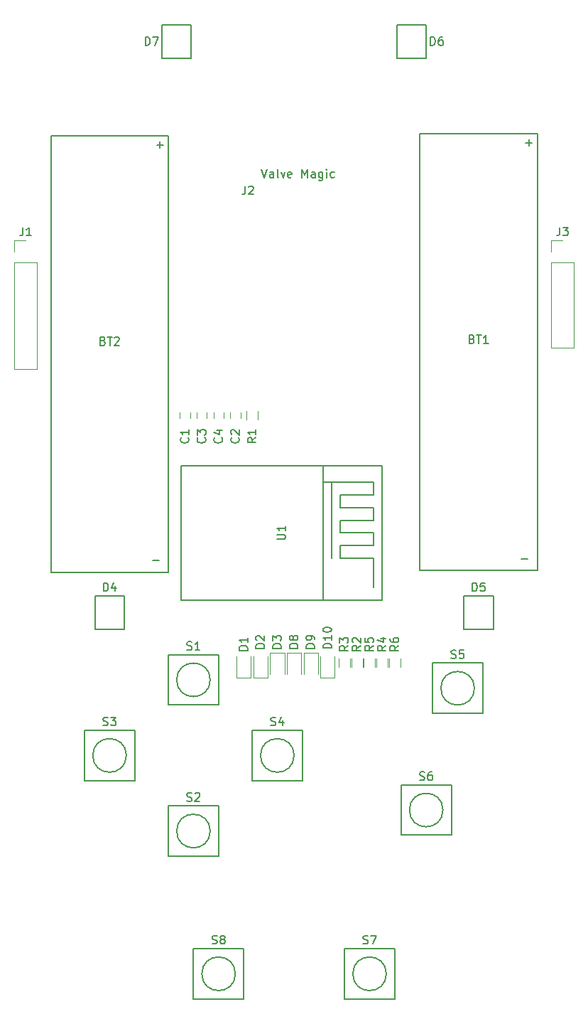
<source format=gbr>
G04 #@! TF.GenerationSoftware,KiCad,Pcbnew,(2017-07-14 revision d3b382c28)-master*
G04 #@! TF.CreationDate,2017-07-20T01:06:45-04:00*
G04 #@! TF.ProjectId,MAGLabs-2017-Swadges,4D41474C6162732D323031372D537761,rev?*
G04 #@! TF.SameCoordinates,Original
G04 #@! TF.FileFunction,Legend,Top*
G04 #@! TF.FilePolarity,Positive*
%FSLAX46Y46*%
G04 Gerber Fmt 4.6, Leading zero omitted, Abs format (unit mm)*
G04 Created by KiCad (PCBNEW (2017-07-14 revision d3b382c28)-master) date Thu Jul 20 01:06:45 2017*
%MOMM*%
%LPD*%
G01*
G04 APERTURE LIST*
%ADD10C,0.120000*%
%ADD11C,0.150000*%
G04 APERTURE END LIST*
D10*
X147320000Y-112500000D02*
X147320000Y-111500000D01*
X148680000Y-111500000D02*
X148680000Y-112500000D01*
X147180000Y-111500000D02*
X147180000Y-112500000D01*
X145820000Y-112500000D02*
X145820000Y-111500000D01*
X145680000Y-111500000D02*
X145680000Y-112500000D01*
X144320000Y-112500000D02*
X144320000Y-111500000D01*
D11*
X151000000Y-101000000D02*
X151000000Y-49000000D01*
X165000000Y-101000000D02*
X151000000Y-101000000D01*
X165000000Y-49000000D02*
X165000000Y-101000000D01*
X151000000Y-49000000D02*
X165000000Y-49000000D01*
X157500000Y-115000000D02*
G75*
G03X157500000Y-115000000I-2000000J0D01*
G01*
X152500000Y-118000000D02*
X152500000Y-112000000D01*
X152500000Y-112000000D02*
X158500000Y-112000000D01*
X158500000Y-112000000D02*
X158500000Y-118000000D01*
X158500000Y-118000000D02*
X152500000Y-118000000D01*
X153750000Y-129500000D02*
G75*
G03X153750000Y-129500000I-2000000J0D01*
G01*
X148750000Y-132500000D02*
X148750000Y-126500000D01*
X148750000Y-126500000D02*
X154750000Y-126500000D01*
X154750000Y-126500000D02*
X154750000Y-132500000D01*
X154750000Y-132500000D02*
X148750000Y-132500000D01*
X147000000Y-149000000D02*
G75*
G03X147000000Y-149000000I-2000000J0D01*
G01*
X142000000Y-152000000D02*
X142000000Y-146000000D01*
X142000000Y-146000000D02*
X148000000Y-146000000D01*
X148000000Y-146000000D02*
X148000000Y-152000000D01*
X148000000Y-152000000D02*
X142000000Y-152000000D01*
X129000000Y-149000000D02*
G75*
G03X129000000Y-149000000I-2000000J0D01*
G01*
X124000000Y-152000000D02*
X124000000Y-146000000D01*
X124000000Y-146000000D02*
X130000000Y-146000000D01*
X130000000Y-146000000D02*
X130000000Y-152000000D01*
X130000000Y-152000000D02*
X124000000Y-152000000D01*
X136000000Y-123000000D02*
G75*
G03X136000000Y-123000000I-2000000J0D01*
G01*
X131000000Y-126000000D02*
X131000000Y-120000000D01*
X131000000Y-120000000D02*
X137000000Y-120000000D01*
X137000000Y-120000000D02*
X137000000Y-126000000D01*
X137000000Y-126000000D02*
X131000000Y-126000000D01*
X126000000Y-132000000D02*
G75*
G03X126000000Y-132000000I-2000000J0D01*
G01*
X121000000Y-135000000D02*
X121000000Y-129000000D01*
X121000000Y-129000000D02*
X127000000Y-129000000D01*
X127000000Y-129000000D02*
X127000000Y-135000000D01*
X127000000Y-135000000D02*
X121000000Y-135000000D01*
X126000000Y-114000000D02*
G75*
G03X126000000Y-114000000I-2000000J0D01*
G01*
X121000000Y-117000000D02*
X121000000Y-111000000D01*
X121000000Y-111000000D02*
X127000000Y-111000000D01*
X127000000Y-111000000D02*
X127000000Y-117000000D01*
X127000000Y-117000000D02*
X121000000Y-117000000D01*
X116000000Y-123000000D02*
G75*
G03X116000000Y-123000000I-2000000J0D01*
G01*
X111000000Y-126000000D02*
X111000000Y-120000000D01*
X111000000Y-120000000D02*
X117000000Y-120000000D01*
X117000000Y-120000000D02*
X117000000Y-126000000D01*
X117000000Y-126000000D02*
X111000000Y-126000000D01*
X107000000Y-49225000D02*
X121000000Y-49225000D01*
X121000000Y-49225000D02*
X121000000Y-101225000D01*
X121000000Y-101225000D02*
X107000000Y-101225000D01*
X107000000Y-101225000D02*
X107000000Y-49225000D01*
D10*
X122400000Y-82850000D02*
X122400000Y-82150000D01*
X123600000Y-82150000D02*
X123600000Y-82850000D01*
X129600000Y-82150000D02*
X129600000Y-82850000D01*
X128400000Y-82850000D02*
X128400000Y-82150000D01*
X124400000Y-82850000D02*
X124400000Y-82150000D01*
X125600000Y-82150000D02*
X125600000Y-82850000D01*
X127600000Y-82150000D02*
X127600000Y-82850000D01*
X126400000Y-82850000D02*
X126400000Y-82150000D01*
X129150000Y-113750000D02*
X130850000Y-113750000D01*
X130850000Y-113750000D02*
X130850000Y-111200000D01*
X129150000Y-113750000D02*
X129150000Y-111200000D01*
X131150000Y-113750000D02*
X132850000Y-113750000D01*
X132850000Y-113750000D02*
X132850000Y-111200000D01*
X131150000Y-113750000D02*
X131150000Y-111200000D01*
X134850000Y-110750000D02*
X134850000Y-113300000D01*
X133150000Y-110750000D02*
X133150000Y-113300000D01*
X134850000Y-110750000D02*
X133150000Y-110750000D01*
D11*
X115750000Y-108000000D02*
X112250000Y-108000000D01*
X112250000Y-108000000D02*
X112250000Y-104000000D01*
X112250000Y-104000000D02*
X115750000Y-104000000D01*
X115750000Y-104000000D02*
X115750000Y-108000000D01*
X159750000Y-104000000D02*
X159750000Y-108000000D01*
X156250000Y-104000000D02*
X159750000Y-104000000D01*
X156250000Y-108000000D02*
X156250000Y-104000000D01*
X159750000Y-108000000D02*
X156250000Y-108000000D01*
X148250000Y-36000000D02*
X151750000Y-36000000D01*
X151750000Y-36000000D02*
X151750000Y-40000000D01*
X151750000Y-40000000D02*
X148250000Y-40000000D01*
X148250000Y-40000000D02*
X148250000Y-36000000D01*
X120250000Y-40000000D02*
X120250000Y-36000000D01*
X123750000Y-40000000D02*
X120250000Y-40000000D01*
X123750000Y-36000000D02*
X123750000Y-40000000D01*
X120250000Y-36000000D02*
X123750000Y-36000000D01*
D10*
X136850000Y-110750000D02*
X136850000Y-113300000D01*
X135150000Y-110750000D02*
X135150000Y-113300000D01*
X136850000Y-110750000D02*
X135150000Y-110750000D01*
X138850000Y-110750000D02*
X137150000Y-110750000D01*
X137150000Y-110750000D02*
X137150000Y-113300000D01*
X138850000Y-110750000D02*
X138850000Y-113300000D01*
X139150000Y-113750000D02*
X139150000Y-111200000D01*
X140850000Y-113750000D02*
X140850000Y-111200000D01*
X139150000Y-113750000D02*
X140850000Y-113750000D01*
X102670000Y-61670000D02*
X104000000Y-61670000D01*
X102670000Y-63000000D02*
X102670000Y-61670000D01*
X102670000Y-64270000D02*
X105330000Y-64270000D01*
X105330000Y-64270000D02*
X105330000Y-77030000D01*
X102670000Y-64270000D02*
X102670000Y-77030000D01*
X102670000Y-77030000D02*
X105330000Y-77030000D01*
X166670000Y-61670000D02*
X168000000Y-61670000D01*
X166670000Y-63000000D02*
X166670000Y-61670000D01*
X166670000Y-64270000D02*
X169330000Y-64270000D01*
X169330000Y-64270000D02*
X169330000Y-74490000D01*
X166670000Y-64270000D02*
X166670000Y-74490000D01*
X166670000Y-74490000D02*
X169330000Y-74490000D01*
X131680000Y-82000000D02*
X131680000Y-83000000D01*
X130320000Y-83000000D02*
X130320000Y-82000000D01*
X144180000Y-111500000D02*
X144180000Y-112500000D01*
X142820000Y-112500000D02*
X142820000Y-111500000D01*
X141320000Y-112500000D02*
X141320000Y-111500000D01*
X142680000Y-111500000D02*
X142680000Y-112500000D01*
D11*
X146500000Y-104500000D02*
X146500000Y-88500000D01*
X122500000Y-104500000D02*
X146500000Y-104500000D01*
X122500000Y-88500000D02*
X122500000Y-104500000D01*
X146500000Y-88500000D02*
X122500000Y-88500000D01*
X139500000Y-88500000D02*
X139500000Y-104500000D01*
X139500000Y-90500000D02*
X145500000Y-90500000D01*
X141500000Y-99500000D02*
X145500000Y-99500000D01*
X141500000Y-98000000D02*
X141500000Y-99500000D01*
X145500000Y-98000000D02*
X141500000Y-98000000D01*
X145500000Y-96500000D02*
X145500000Y-98000000D01*
X141500000Y-96500000D02*
X145500000Y-96500000D01*
X141500000Y-95000000D02*
X141500000Y-96500000D01*
X145500000Y-95000000D02*
X141500000Y-95000000D01*
X145500000Y-93500000D02*
X145500000Y-95000000D01*
X141500000Y-93500000D02*
X145500000Y-93500000D01*
X141500000Y-92000000D02*
X141500000Y-93500000D01*
X145500000Y-92000000D02*
X141500000Y-92000000D01*
X145500000Y-90500000D02*
X145500000Y-92000000D01*
X140500000Y-90500000D02*
X140500000Y-99500000D01*
X145500000Y-99500000D02*
X145500000Y-103000000D01*
X148452380Y-109916666D02*
X147976190Y-110250000D01*
X148452380Y-110488095D02*
X147452380Y-110488095D01*
X147452380Y-110107142D01*
X147500000Y-110011904D01*
X147547619Y-109964285D01*
X147642857Y-109916666D01*
X147785714Y-109916666D01*
X147880952Y-109964285D01*
X147928571Y-110011904D01*
X147976190Y-110107142D01*
X147976190Y-110488095D01*
X147452380Y-109059523D02*
X147452380Y-109250000D01*
X147500000Y-109345238D01*
X147547619Y-109392857D01*
X147690476Y-109488095D01*
X147880952Y-109535714D01*
X148261904Y-109535714D01*
X148357142Y-109488095D01*
X148404761Y-109440476D01*
X148452380Y-109345238D01*
X148452380Y-109154761D01*
X148404761Y-109059523D01*
X148357142Y-109011904D01*
X148261904Y-108964285D01*
X148023809Y-108964285D01*
X147928571Y-109011904D01*
X147880952Y-109059523D01*
X147833333Y-109154761D01*
X147833333Y-109345238D01*
X147880952Y-109440476D01*
X147928571Y-109488095D01*
X148023809Y-109535714D01*
X146952380Y-109916666D02*
X146476190Y-110250000D01*
X146952380Y-110488095D02*
X145952380Y-110488095D01*
X145952380Y-110107142D01*
X146000000Y-110011904D01*
X146047619Y-109964285D01*
X146142857Y-109916666D01*
X146285714Y-109916666D01*
X146380952Y-109964285D01*
X146428571Y-110011904D01*
X146476190Y-110107142D01*
X146476190Y-110488095D01*
X146285714Y-109059523D02*
X146952380Y-109059523D01*
X145904761Y-109297619D02*
X146619047Y-109535714D01*
X146619047Y-108916666D01*
X145452380Y-109916666D02*
X144976190Y-110250000D01*
X145452380Y-110488095D02*
X144452380Y-110488095D01*
X144452380Y-110107142D01*
X144500000Y-110011904D01*
X144547619Y-109964285D01*
X144642857Y-109916666D01*
X144785714Y-109916666D01*
X144880952Y-109964285D01*
X144928571Y-110011904D01*
X144976190Y-110107142D01*
X144976190Y-110488095D01*
X144452380Y-109011904D02*
X144452380Y-109488095D01*
X144928571Y-109535714D01*
X144880952Y-109488095D01*
X144833333Y-109392857D01*
X144833333Y-109154761D01*
X144880952Y-109059523D01*
X144928571Y-109011904D01*
X145023809Y-108964285D01*
X145261904Y-108964285D01*
X145357142Y-109011904D01*
X145404761Y-109059523D01*
X145452380Y-109154761D01*
X145452380Y-109392857D01*
X145404761Y-109488095D01*
X145357142Y-109535714D01*
X157214285Y-73428571D02*
X157357142Y-73476190D01*
X157404761Y-73523809D01*
X157452380Y-73619047D01*
X157452380Y-73761904D01*
X157404761Y-73857142D01*
X157357142Y-73904761D01*
X157261904Y-73952380D01*
X156880952Y-73952380D01*
X156880952Y-72952380D01*
X157214285Y-72952380D01*
X157309523Y-73000000D01*
X157357142Y-73047619D01*
X157404761Y-73142857D01*
X157404761Y-73238095D01*
X157357142Y-73333333D01*
X157309523Y-73380952D01*
X157214285Y-73428571D01*
X156880952Y-73428571D01*
X157738095Y-72952380D02*
X158309523Y-72952380D01*
X158023809Y-73952380D02*
X158023809Y-72952380D01*
X159166666Y-73952380D02*
X158595238Y-73952380D01*
X158880952Y-73952380D02*
X158880952Y-72952380D01*
X158785714Y-73095238D01*
X158690476Y-73190476D01*
X158595238Y-73238095D01*
X163619047Y-50071428D02*
X164380952Y-50071428D01*
X164000000Y-50452380D02*
X164000000Y-49690476D01*
X163119047Y-99571428D02*
X163880952Y-99571428D01*
X130166666Y-55202380D02*
X130166666Y-55916666D01*
X130119047Y-56059523D01*
X130023809Y-56154761D01*
X129880952Y-56202380D01*
X129785714Y-56202380D01*
X130595238Y-55297619D02*
X130642857Y-55250000D01*
X130738095Y-55202380D01*
X130976190Y-55202380D01*
X131071428Y-55250000D01*
X131119047Y-55297619D01*
X131166666Y-55392857D01*
X131166666Y-55488095D01*
X131119047Y-55630952D01*
X130547619Y-56202380D01*
X131166666Y-56202380D01*
X132119047Y-53202380D02*
X132452380Y-54202380D01*
X132785714Y-53202380D01*
X133547619Y-54202380D02*
X133547619Y-53678571D01*
X133500000Y-53583333D01*
X133404761Y-53535714D01*
X133214285Y-53535714D01*
X133119047Y-53583333D01*
X133547619Y-54154761D02*
X133452380Y-54202380D01*
X133214285Y-54202380D01*
X133119047Y-54154761D01*
X133071428Y-54059523D01*
X133071428Y-53964285D01*
X133119047Y-53869047D01*
X133214285Y-53821428D01*
X133452380Y-53821428D01*
X133547619Y-53773809D01*
X134166666Y-54202380D02*
X134071428Y-54154761D01*
X134023809Y-54059523D01*
X134023809Y-53202380D01*
X134452380Y-53535714D02*
X134690476Y-54202380D01*
X134928571Y-53535714D01*
X135690476Y-54154761D02*
X135595238Y-54202380D01*
X135404761Y-54202380D01*
X135309523Y-54154761D01*
X135261904Y-54059523D01*
X135261904Y-53678571D01*
X135309523Y-53583333D01*
X135404761Y-53535714D01*
X135595238Y-53535714D01*
X135690476Y-53583333D01*
X135738095Y-53678571D01*
X135738095Y-53773809D01*
X135261904Y-53869047D01*
X136928571Y-54202380D02*
X136928571Y-53202380D01*
X137261904Y-53916666D01*
X137595238Y-53202380D01*
X137595238Y-54202380D01*
X138500000Y-54202380D02*
X138500000Y-53678571D01*
X138452380Y-53583333D01*
X138357142Y-53535714D01*
X138166666Y-53535714D01*
X138071428Y-53583333D01*
X138500000Y-54154761D02*
X138404761Y-54202380D01*
X138166666Y-54202380D01*
X138071428Y-54154761D01*
X138023809Y-54059523D01*
X138023809Y-53964285D01*
X138071428Y-53869047D01*
X138166666Y-53821428D01*
X138404761Y-53821428D01*
X138500000Y-53773809D01*
X139404761Y-53535714D02*
X139404761Y-54345238D01*
X139357142Y-54440476D01*
X139309523Y-54488095D01*
X139214285Y-54535714D01*
X139071428Y-54535714D01*
X138976190Y-54488095D01*
X139404761Y-54154761D02*
X139309523Y-54202380D01*
X139119047Y-54202380D01*
X139023809Y-54154761D01*
X138976190Y-54107142D01*
X138928571Y-54011904D01*
X138928571Y-53726190D01*
X138976190Y-53630952D01*
X139023809Y-53583333D01*
X139119047Y-53535714D01*
X139309523Y-53535714D01*
X139404761Y-53583333D01*
X139880952Y-54202380D02*
X139880952Y-53535714D01*
X139880952Y-53202380D02*
X139833333Y-53250000D01*
X139880952Y-53297619D01*
X139928571Y-53250000D01*
X139880952Y-53202380D01*
X139880952Y-53297619D01*
X140785714Y-54154761D02*
X140690476Y-54202380D01*
X140500000Y-54202380D01*
X140404761Y-54154761D01*
X140357142Y-54107142D01*
X140309523Y-54011904D01*
X140309523Y-53726190D01*
X140357142Y-53630952D01*
X140404761Y-53583333D01*
X140500000Y-53535714D01*
X140690476Y-53535714D01*
X140785714Y-53583333D01*
X154738095Y-111404761D02*
X154880952Y-111452380D01*
X155119047Y-111452380D01*
X155214285Y-111404761D01*
X155261904Y-111357142D01*
X155309523Y-111261904D01*
X155309523Y-111166666D01*
X155261904Y-111071428D01*
X155214285Y-111023809D01*
X155119047Y-110976190D01*
X154928571Y-110928571D01*
X154833333Y-110880952D01*
X154785714Y-110833333D01*
X154738095Y-110738095D01*
X154738095Y-110642857D01*
X154785714Y-110547619D01*
X154833333Y-110500000D01*
X154928571Y-110452380D01*
X155166666Y-110452380D01*
X155309523Y-110500000D01*
X156214285Y-110452380D02*
X155738095Y-110452380D01*
X155690476Y-110928571D01*
X155738095Y-110880952D01*
X155833333Y-110833333D01*
X156071428Y-110833333D01*
X156166666Y-110880952D01*
X156214285Y-110928571D01*
X156261904Y-111023809D01*
X156261904Y-111261904D01*
X156214285Y-111357142D01*
X156166666Y-111404761D01*
X156071428Y-111452380D01*
X155833333Y-111452380D01*
X155738095Y-111404761D01*
X155690476Y-111357142D01*
X150988095Y-125904761D02*
X151130952Y-125952380D01*
X151369047Y-125952380D01*
X151464285Y-125904761D01*
X151511904Y-125857142D01*
X151559523Y-125761904D01*
X151559523Y-125666666D01*
X151511904Y-125571428D01*
X151464285Y-125523809D01*
X151369047Y-125476190D01*
X151178571Y-125428571D01*
X151083333Y-125380952D01*
X151035714Y-125333333D01*
X150988095Y-125238095D01*
X150988095Y-125142857D01*
X151035714Y-125047619D01*
X151083333Y-125000000D01*
X151178571Y-124952380D01*
X151416666Y-124952380D01*
X151559523Y-125000000D01*
X152416666Y-124952380D02*
X152226190Y-124952380D01*
X152130952Y-125000000D01*
X152083333Y-125047619D01*
X151988095Y-125190476D01*
X151940476Y-125380952D01*
X151940476Y-125761904D01*
X151988095Y-125857142D01*
X152035714Y-125904761D01*
X152130952Y-125952380D01*
X152321428Y-125952380D01*
X152416666Y-125904761D01*
X152464285Y-125857142D01*
X152511904Y-125761904D01*
X152511904Y-125523809D01*
X152464285Y-125428571D01*
X152416666Y-125380952D01*
X152321428Y-125333333D01*
X152130952Y-125333333D01*
X152035714Y-125380952D01*
X151988095Y-125428571D01*
X151940476Y-125523809D01*
X144238095Y-145404761D02*
X144380952Y-145452380D01*
X144619047Y-145452380D01*
X144714285Y-145404761D01*
X144761904Y-145357142D01*
X144809523Y-145261904D01*
X144809523Y-145166666D01*
X144761904Y-145071428D01*
X144714285Y-145023809D01*
X144619047Y-144976190D01*
X144428571Y-144928571D01*
X144333333Y-144880952D01*
X144285714Y-144833333D01*
X144238095Y-144738095D01*
X144238095Y-144642857D01*
X144285714Y-144547619D01*
X144333333Y-144500000D01*
X144428571Y-144452380D01*
X144666666Y-144452380D01*
X144809523Y-144500000D01*
X145142857Y-144452380D02*
X145809523Y-144452380D01*
X145380952Y-145452380D01*
X126238095Y-145404761D02*
X126380952Y-145452380D01*
X126619047Y-145452380D01*
X126714285Y-145404761D01*
X126761904Y-145357142D01*
X126809523Y-145261904D01*
X126809523Y-145166666D01*
X126761904Y-145071428D01*
X126714285Y-145023809D01*
X126619047Y-144976190D01*
X126428571Y-144928571D01*
X126333333Y-144880952D01*
X126285714Y-144833333D01*
X126238095Y-144738095D01*
X126238095Y-144642857D01*
X126285714Y-144547619D01*
X126333333Y-144500000D01*
X126428571Y-144452380D01*
X126666666Y-144452380D01*
X126809523Y-144500000D01*
X127380952Y-144880952D02*
X127285714Y-144833333D01*
X127238095Y-144785714D01*
X127190476Y-144690476D01*
X127190476Y-144642857D01*
X127238095Y-144547619D01*
X127285714Y-144500000D01*
X127380952Y-144452380D01*
X127571428Y-144452380D01*
X127666666Y-144500000D01*
X127714285Y-144547619D01*
X127761904Y-144642857D01*
X127761904Y-144690476D01*
X127714285Y-144785714D01*
X127666666Y-144833333D01*
X127571428Y-144880952D01*
X127380952Y-144880952D01*
X127285714Y-144928571D01*
X127238095Y-144976190D01*
X127190476Y-145071428D01*
X127190476Y-145261904D01*
X127238095Y-145357142D01*
X127285714Y-145404761D01*
X127380952Y-145452380D01*
X127571428Y-145452380D01*
X127666666Y-145404761D01*
X127714285Y-145357142D01*
X127761904Y-145261904D01*
X127761904Y-145071428D01*
X127714285Y-144976190D01*
X127666666Y-144928571D01*
X127571428Y-144880952D01*
X133238095Y-119404761D02*
X133380952Y-119452380D01*
X133619047Y-119452380D01*
X133714285Y-119404761D01*
X133761904Y-119357142D01*
X133809523Y-119261904D01*
X133809523Y-119166666D01*
X133761904Y-119071428D01*
X133714285Y-119023809D01*
X133619047Y-118976190D01*
X133428571Y-118928571D01*
X133333333Y-118880952D01*
X133285714Y-118833333D01*
X133238095Y-118738095D01*
X133238095Y-118642857D01*
X133285714Y-118547619D01*
X133333333Y-118500000D01*
X133428571Y-118452380D01*
X133666666Y-118452380D01*
X133809523Y-118500000D01*
X134666666Y-118785714D02*
X134666666Y-119452380D01*
X134428571Y-118404761D02*
X134190476Y-119119047D01*
X134809523Y-119119047D01*
X123238095Y-128404761D02*
X123380952Y-128452380D01*
X123619047Y-128452380D01*
X123714285Y-128404761D01*
X123761904Y-128357142D01*
X123809523Y-128261904D01*
X123809523Y-128166666D01*
X123761904Y-128071428D01*
X123714285Y-128023809D01*
X123619047Y-127976190D01*
X123428571Y-127928571D01*
X123333333Y-127880952D01*
X123285714Y-127833333D01*
X123238095Y-127738095D01*
X123238095Y-127642857D01*
X123285714Y-127547619D01*
X123333333Y-127500000D01*
X123428571Y-127452380D01*
X123666666Y-127452380D01*
X123809523Y-127500000D01*
X124190476Y-127547619D02*
X124238095Y-127500000D01*
X124333333Y-127452380D01*
X124571428Y-127452380D01*
X124666666Y-127500000D01*
X124714285Y-127547619D01*
X124761904Y-127642857D01*
X124761904Y-127738095D01*
X124714285Y-127880952D01*
X124142857Y-128452380D01*
X124761904Y-128452380D01*
X123238095Y-110404761D02*
X123380952Y-110452380D01*
X123619047Y-110452380D01*
X123714285Y-110404761D01*
X123761904Y-110357142D01*
X123809523Y-110261904D01*
X123809523Y-110166666D01*
X123761904Y-110071428D01*
X123714285Y-110023809D01*
X123619047Y-109976190D01*
X123428571Y-109928571D01*
X123333333Y-109880952D01*
X123285714Y-109833333D01*
X123238095Y-109738095D01*
X123238095Y-109642857D01*
X123285714Y-109547619D01*
X123333333Y-109500000D01*
X123428571Y-109452380D01*
X123666666Y-109452380D01*
X123809523Y-109500000D01*
X124761904Y-110452380D02*
X124190476Y-110452380D01*
X124476190Y-110452380D02*
X124476190Y-109452380D01*
X124380952Y-109595238D01*
X124285714Y-109690476D01*
X124190476Y-109738095D01*
X113238095Y-119404761D02*
X113380952Y-119452380D01*
X113619047Y-119452380D01*
X113714285Y-119404761D01*
X113761904Y-119357142D01*
X113809523Y-119261904D01*
X113809523Y-119166666D01*
X113761904Y-119071428D01*
X113714285Y-119023809D01*
X113619047Y-118976190D01*
X113428571Y-118928571D01*
X113333333Y-118880952D01*
X113285714Y-118833333D01*
X113238095Y-118738095D01*
X113238095Y-118642857D01*
X113285714Y-118547619D01*
X113333333Y-118500000D01*
X113428571Y-118452380D01*
X113666666Y-118452380D01*
X113809523Y-118500000D01*
X114142857Y-118452380D02*
X114761904Y-118452380D01*
X114428571Y-118833333D01*
X114571428Y-118833333D01*
X114666666Y-118880952D01*
X114714285Y-118928571D01*
X114761904Y-119023809D01*
X114761904Y-119261904D01*
X114714285Y-119357142D01*
X114666666Y-119404761D01*
X114571428Y-119452380D01*
X114285714Y-119452380D01*
X114190476Y-119404761D01*
X114142857Y-119357142D01*
X113214285Y-73653571D02*
X113357142Y-73701190D01*
X113404761Y-73748809D01*
X113452380Y-73844047D01*
X113452380Y-73986904D01*
X113404761Y-74082142D01*
X113357142Y-74129761D01*
X113261904Y-74177380D01*
X112880952Y-74177380D01*
X112880952Y-73177380D01*
X113214285Y-73177380D01*
X113309523Y-73225000D01*
X113357142Y-73272619D01*
X113404761Y-73367857D01*
X113404761Y-73463095D01*
X113357142Y-73558333D01*
X113309523Y-73605952D01*
X113214285Y-73653571D01*
X112880952Y-73653571D01*
X113738095Y-73177380D02*
X114309523Y-73177380D01*
X114023809Y-74177380D02*
X114023809Y-73177380D01*
X114595238Y-73272619D02*
X114642857Y-73225000D01*
X114738095Y-73177380D01*
X114976190Y-73177380D01*
X115071428Y-73225000D01*
X115119047Y-73272619D01*
X115166666Y-73367857D01*
X115166666Y-73463095D01*
X115119047Y-73605952D01*
X114547619Y-74177380D01*
X115166666Y-74177380D01*
X119119047Y-99796428D02*
X119880952Y-99796428D01*
X119619047Y-50296428D02*
X120380952Y-50296428D01*
X120000000Y-50677380D02*
X120000000Y-49915476D01*
X123357142Y-85166666D02*
X123404761Y-85214285D01*
X123452380Y-85357142D01*
X123452380Y-85452380D01*
X123404761Y-85595238D01*
X123309523Y-85690476D01*
X123214285Y-85738095D01*
X123023809Y-85785714D01*
X122880952Y-85785714D01*
X122690476Y-85738095D01*
X122595238Y-85690476D01*
X122500000Y-85595238D01*
X122452380Y-85452380D01*
X122452380Y-85357142D01*
X122500000Y-85214285D01*
X122547619Y-85166666D01*
X123452380Y-84214285D02*
X123452380Y-84785714D01*
X123452380Y-84500000D02*
X122452380Y-84500000D01*
X122595238Y-84595238D01*
X122690476Y-84690476D01*
X122738095Y-84785714D01*
X129357142Y-85166666D02*
X129404761Y-85214285D01*
X129452380Y-85357142D01*
X129452380Y-85452380D01*
X129404761Y-85595238D01*
X129309523Y-85690476D01*
X129214285Y-85738095D01*
X129023809Y-85785714D01*
X128880952Y-85785714D01*
X128690476Y-85738095D01*
X128595238Y-85690476D01*
X128500000Y-85595238D01*
X128452380Y-85452380D01*
X128452380Y-85357142D01*
X128500000Y-85214285D01*
X128547619Y-85166666D01*
X128547619Y-84785714D02*
X128500000Y-84738095D01*
X128452380Y-84642857D01*
X128452380Y-84404761D01*
X128500000Y-84309523D01*
X128547619Y-84261904D01*
X128642857Y-84214285D01*
X128738095Y-84214285D01*
X128880952Y-84261904D01*
X129452380Y-84833333D01*
X129452380Y-84214285D01*
X125357142Y-85166666D02*
X125404761Y-85214285D01*
X125452380Y-85357142D01*
X125452380Y-85452380D01*
X125404761Y-85595238D01*
X125309523Y-85690476D01*
X125214285Y-85738095D01*
X125023809Y-85785714D01*
X124880952Y-85785714D01*
X124690476Y-85738095D01*
X124595238Y-85690476D01*
X124500000Y-85595238D01*
X124452380Y-85452380D01*
X124452380Y-85357142D01*
X124500000Y-85214285D01*
X124547619Y-85166666D01*
X124452380Y-84833333D02*
X124452380Y-84214285D01*
X124833333Y-84547619D01*
X124833333Y-84404761D01*
X124880952Y-84309523D01*
X124928571Y-84261904D01*
X125023809Y-84214285D01*
X125261904Y-84214285D01*
X125357142Y-84261904D01*
X125404761Y-84309523D01*
X125452380Y-84404761D01*
X125452380Y-84690476D01*
X125404761Y-84785714D01*
X125357142Y-84833333D01*
X127357142Y-85166666D02*
X127404761Y-85214285D01*
X127452380Y-85357142D01*
X127452380Y-85452380D01*
X127404761Y-85595238D01*
X127309523Y-85690476D01*
X127214285Y-85738095D01*
X127023809Y-85785714D01*
X126880952Y-85785714D01*
X126690476Y-85738095D01*
X126595238Y-85690476D01*
X126500000Y-85595238D01*
X126452380Y-85452380D01*
X126452380Y-85357142D01*
X126500000Y-85214285D01*
X126547619Y-85166666D01*
X126785714Y-84309523D02*
X127452380Y-84309523D01*
X126404761Y-84547619D02*
X127119047Y-84785714D01*
X127119047Y-84166666D01*
X130452380Y-110488095D02*
X129452380Y-110488095D01*
X129452380Y-110250000D01*
X129500000Y-110107142D01*
X129595238Y-110011904D01*
X129690476Y-109964285D01*
X129880952Y-109916666D01*
X130023809Y-109916666D01*
X130214285Y-109964285D01*
X130309523Y-110011904D01*
X130404761Y-110107142D01*
X130452380Y-110250000D01*
X130452380Y-110488095D01*
X130452380Y-108964285D02*
X130452380Y-109535714D01*
X130452380Y-109250000D02*
X129452380Y-109250000D01*
X129595238Y-109345238D01*
X129690476Y-109440476D01*
X129738095Y-109535714D01*
X132452380Y-110238095D02*
X131452380Y-110238095D01*
X131452380Y-110000000D01*
X131500000Y-109857142D01*
X131595238Y-109761904D01*
X131690476Y-109714285D01*
X131880952Y-109666666D01*
X132023809Y-109666666D01*
X132214285Y-109714285D01*
X132309523Y-109761904D01*
X132404761Y-109857142D01*
X132452380Y-110000000D01*
X132452380Y-110238095D01*
X131547619Y-109285714D02*
X131500000Y-109238095D01*
X131452380Y-109142857D01*
X131452380Y-108904761D01*
X131500000Y-108809523D01*
X131547619Y-108761904D01*
X131642857Y-108714285D01*
X131738095Y-108714285D01*
X131880952Y-108761904D01*
X132452380Y-109333333D01*
X132452380Y-108714285D01*
X134452380Y-110238095D02*
X133452380Y-110238095D01*
X133452380Y-110000000D01*
X133500000Y-109857142D01*
X133595238Y-109761904D01*
X133690476Y-109714285D01*
X133880952Y-109666666D01*
X134023809Y-109666666D01*
X134214285Y-109714285D01*
X134309523Y-109761904D01*
X134404761Y-109857142D01*
X134452380Y-110000000D01*
X134452380Y-110238095D01*
X133452380Y-109333333D02*
X133452380Y-108714285D01*
X133833333Y-109047619D01*
X133833333Y-108904761D01*
X133880952Y-108809523D01*
X133928571Y-108761904D01*
X134023809Y-108714285D01*
X134261904Y-108714285D01*
X134357142Y-108761904D01*
X134404761Y-108809523D01*
X134452380Y-108904761D01*
X134452380Y-109190476D01*
X134404761Y-109285714D01*
X134357142Y-109333333D01*
X113261904Y-103452380D02*
X113261904Y-102452380D01*
X113500000Y-102452380D01*
X113642857Y-102500000D01*
X113738095Y-102595238D01*
X113785714Y-102690476D01*
X113833333Y-102880952D01*
X113833333Y-103023809D01*
X113785714Y-103214285D01*
X113738095Y-103309523D01*
X113642857Y-103404761D01*
X113500000Y-103452380D01*
X113261904Y-103452380D01*
X114690476Y-102785714D02*
X114690476Y-103452380D01*
X114452380Y-102404761D02*
X114214285Y-103119047D01*
X114833333Y-103119047D01*
X157261904Y-103452380D02*
X157261904Y-102452380D01*
X157500000Y-102452380D01*
X157642857Y-102500000D01*
X157738095Y-102595238D01*
X157785714Y-102690476D01*
X157833333Y-102880952D01*
X157833333Y-103023809D01*
X157785714Y-103214285D01*
X157738095Y-103309523D01*
X157642857Y-103404761D01*
X157500000Y-103452380D01*
X157261904Y-103452380D01*
X158738095Y-102452380D02*
X158261904Y-102452380D01*
X158214285Y-102928571D01*
X158261904Y-102880952D01*
X158357142Y-102833333D01*
X158595238Y-102833333D01*
X158690476Y-102880952D01*
X158738095Y-102928571D01*
X158785714Y-103023809D01*
X158785714Y-103261904D01*
X158738095Y-103357142D01*
X158690476Y-103404761D01*
X158595238Y-103452380D01*
X158357142Y-103452380D01*
X158261904Y-103404761D01*
X158214285Y-103357142D01*
X152261904Y-38452380D02*
X152261904Y-37452380D01*
X152500000Y-37452380D01*
X152642857Y-37500000D01*
X152738095Y-37595238D01*
X152785714Y-37690476D01*
X152833333Y-37880952D01*
X152833333Y-38023809D01*
X152785714Y-38214285D01*
X152738095Y-38309523D01*
X152642857Y-38404761D01*
X152500000Y-38452380D01*
X152261904Y-38452380D01*
X153690476Y-37452380D02*
X153500000Y-37452380D01*
X153404761Y-37500000D01*
X153357142Y-37547619D01*
X153261904Y-37690476D01*
X153214285Y-37880952D01*
X153214285Y-38261904D01*
X153261904Y-38357142D01*
X153309523Y-38404761D01*
X153404761Y-38452380D01*
X153595238Y-38452380D01*
X153690476Y-38404761D01*
X153738095Y-38357142D01*
X153785714Y-38261904D01*
X153785714Y-38023809D01*
X153738095Y-37928571D01*
X153690476Y-37880952D01*
X153595238Y-37833333D01*
X153404761Y-37833333D01*
X153309523Y-37880952D01*
X153261904Y-37928571D01*
X153214285Y-38023809D01*
X118261904Y-38452380D02*
X118261904Y-37452380D01*
X118500000Y-37452380D01*
X118642857Y-37500000D01*
X118738095Y-37595238D01*
X118785714Y-37690476D01*
X118833333Y-37880952D01*
X118833333Y-38023809D01*
X118785714Y-38214285D01*
X118738095Y-38309523D01*
X118642857Y-38404761D01*
X118500000Y-38452380D01*
X118261904Y-38452380D01*
X119166666Y-37452380D02*
X119833333Y-37452380D01*
X119404761Y-38452380D01*
X136452380Y-110238095D02*
X135452380Y-110238095D01*
X135452380Y-110000000D01*
X135500000Y-109857142D01*
X135595238Y-109761904D01*
X135690476Y-109714285D01*
X135880952Y-109666666D01*
X136023809Y-109666666D01*
X136214285Y-109714285D01*
X136309523Y-109761904D01*
X136404761Y-109857142D01*
X136452380Y-110000000D01*
X136452380Y-110238095D01*
X135880952Y-109095238D02*
X135833333Y-109190476D01*
X135785714Y-109238095D01*
X135690476Y-109285714D01*
X135642857Y-109285714D01*
X135547619Y-109238095D01*
X135500000Y-109190476D01*
X135452380Y-109095238D01*
X135452380Y-108904761D01*
X135500000Y-108809523D01*
X135547619Y-108761904D01*
X135642857Y-108714285D01*
X135690476Y-108714285D01*
X135785714Y-108761904D01*
X135833333Y-108809523D01*
X135880952Y-108904761D01*
X135880952Y-109095238D01*
X135928571Y-109190476D01*
X135976190Y-109238095D01*
X136071428Y-109285714D01*
X136261904Y-109285714D01*
X136357142Y-109238095D01*
X136404761Y-109190476D01*
X136452380Y-109095238D01*
X136452380Y-108904761D01*
X136404761Y-108809523D01*
X136357142Y-108761904D01*
X136261904Y-108714285D01*
X136071428Y-108714285D01*
X135976190Y-108761904D01*
X135928571Y-108809523D01*
X135880952Y-108904761D01*
X138452380Y-110238095D02*
X137452380Y-110238095D01*
X137452380Y-110000000D01*
X137500000Y-109857142D01*
X137595238Y-109761904D01*
X137690476Y-109714285D01*
X137880952Y-109666666D01*
X138023809Y-109666666D01*
X138214285Y-109714285D01*
X138309523Y-109761904D01*
X138404761Y-109857142D01*
X138452380Y-110000000D01*
X138452380Y-110238095D01*
X138452380Y-109190476D02*
X138452380Y-109000000D01*
X138404761Y-108904761D01*
X138357142Y-108857142D01*
X138214285Y-108761904D01*
X138023809Y-108714285D01*
X137642857Y-108714285D01*
X137547619Y-108761904D01*
X137500000Y-108809523D01*
X137452380Y-108904761D01*
X137452380Y-109095238D01*
X137500000Y-109190476D01*
X137547619Y-109238095D01*
X137642857Y-109285714D01*
X137880952Y-109285714D01*
X137976190Y-109238095D01*
X138023809Y-109190476D01*
X138071428Y-109095238D01*
X138071428Y-108904761D01*
X138023809Y-108809523D01*
X137976190Y-108761904D01*
X137880952Y-108714285D01*
X140452380Y-110214285D02*
X139452380Y-110214285D01*
X139452380Y-109976190D01*
X139500000Y-109833333D01*
X139595238Y-109738095D01*
X139690476Y-109690476D01*
X139880952Y-109642857D01*
X140023809Y-109642857D01*
X140214285Y-109690476D01*
X140309523Y-109738095D01*
X140404761Y-109833333D01*
X140452380Y-109976190D01*
X140452380Y-110214285D01*
X140452380Y-108690476D02*
X140452380Y-109261904D01*
X140452380Y-108976190D02*
X139452380Y-108976190D01*
X139595238Y-109071428D01*
X139690476Y-109166666D01*
X139738095Y-109261904D01*
X139452380Y-108071428D02*
X139452380Y-107976190D01*
X139500000Y-107880952D01*
X139547619Y-107833333D01*
X139642857Y-107785714D01*
X139833333Y-107738095D01*
X140071428Y-107738095D01*
X140261904Y-107785714D01*
X140357142Y-107833333D01*
X140404761Y-107880952D01*
X140452380Y-107976190D01*
X140452380Y-108071428D01*
X140404761Y-108166666D01*
X140357142Y-108214285D01*
X140261904Y-108261904D01*
X140071428Y-108309523D01*
X139833333Y-108309523D01*
X139642857Y-108261904D01*
X139547619Y-108214285D01*
X139500000Y-108166666D01*
X139452380Y-108071428D01*
X103666666Y-60122380D02*
X103666666Y-60836666D01*
X103619047Y-60979523D01*
X103523809Y-61074761D01*
X103380952Y-61122380D01*
X103285714Y-61122380D01*
X104666666Y-61122380D02*
X104095238Y-61122380D01*
X104380952Y-61122380D02*
X104380952Y-60122380D01*
X104285714Y-60265238D01*
X104190476Y-60360476D01*
X104095238Y-60408095D01*
X167666666Y-60122380D02*
X167666666Y-60836666D01*
X167619047Y-60979523D01*
X167523809Y-61074761D01*
X167380952Y-61122380D01*
X167285714Y-61122380D01*
X168047619Y-60122380D02*
X168666666Y-60122380D01*
X168333333Y-60503333D01*
X168476190Y-60503333D01*
X168571428Y-60550952D01*
X168619047Y-60598571D01*
X168666666Y-60693809D01*
X168666666Y-60931904D01*
X168619047Y-61027142D01*
X168571428Y-61074761D01*
X168476190Y-61122380D01*
X168190476Y-61122380D01*
X168095238Y-61074761D01*
X168047619Y-61027142D01*
X131452380Y-85166666D02*
X130976190Y-85500000D01*
X131452380Y-85738095D02*
X130452380Y-85738095D01*
X130452380Y-85357142D01*
X130500000Y-85261904D01*
X130547619Y-85214285D01*
X130642857Y-85166666D01*
X130785714Y-85166666D01*
X130880952Y-85214285D01*
X130928571Y-85261904D01*
X130976190Y-85357142D01*
X130976190Y-85738095D01*
X131452380Y-84214285D02*
X131452380Y-84785714D01*
X131452380Y-84500000D02*
X130452380Y-84500000D01*
X130595238Y-84595238D01*
X130690476Y-84690476D01*
X130738095Y-84785714D01*
X143952380Y-109916666D02*
X143476190Y-110250000D01*
X143952380Y-110488095D02*
X142952380Y-110488095D01*
X142952380Y-110107142D01*
X143000000Y-110011904D01*
X143047619Y-109964285D01*
X143142857Y-109916666D01*
X143285714Y-109916666D01*
X143380952Y-109964285D01*
X143428571Y-110011904D01*
X143476190Y-110107142D01*
X143476190Y-110488095D01*
X143047619Y-109535714D02*
X143000000Y-109488095D01*
X142952380Y-109392857D01*
X142952380Y-109154761D01*
X143000000Y-109059523D01*
X143047619Y-109011904D01*
X143142857Y-108964285D01*
X143238095Y-108964285D01*
X143380952Y-109011904D01*
X143952380Y-109583333D01*
X143952380Y-108964285D01*
X142452380Y-109916666D02*
X141976190Y-110250000D01*
X142452380Y-110488095D02*
X141452380Y-110488095D01*
X141452380Y-110107142D01*
X141500000Y-110011904D01*
X141547619Y-109964285D01*
X141642857Y-109916666D01*
X141785714Y-109916666D01*
X141880952Y-109964285D01*
X141928571Y-110011904D01*
X141976190Y-110107142D01*
X141976190Y-110488095D01*
X141452380Y-109583333D02*
X141452380Y-108964285D01*
X141833333Y-109297619D01*
X141833333Y-109154761D01*
X141880952Y-109059523D01*
X141928571Y-109011904D01*
X142023809Y-108964285D01*
X142261904Y-108964285D01*
X142357142Y-109011904D01*
X142404761Y-109059523D01*
X142452380Y-109154761D01*
X142452380Y-109440476D01*
X142404761Y-109535714D01*
X142357142Y-109583333D01*
X133952380Y-97261904D02*
X134761904Y-97261904D01*
X134857142Y-97214285D01*
X134904761Y-97166666D01*
X134952380Y-97071428D01*
X134952380Y-96880952D01*
X134904761Y-96785714D01*
X134857142Y-96738095D01*
X134761904Y-96690476D01*
X133952380Y-96690476D01*
X134952380Y-95690476D02*
X134952380Y-96261904D01*
X134952380Y-95976190D02*
X133952380Y-95976190D01*
X134095238Y-96071428D01*
X134190476Y-96166666D01*
X134238095Y-96261904D01*
M02*

</source>
